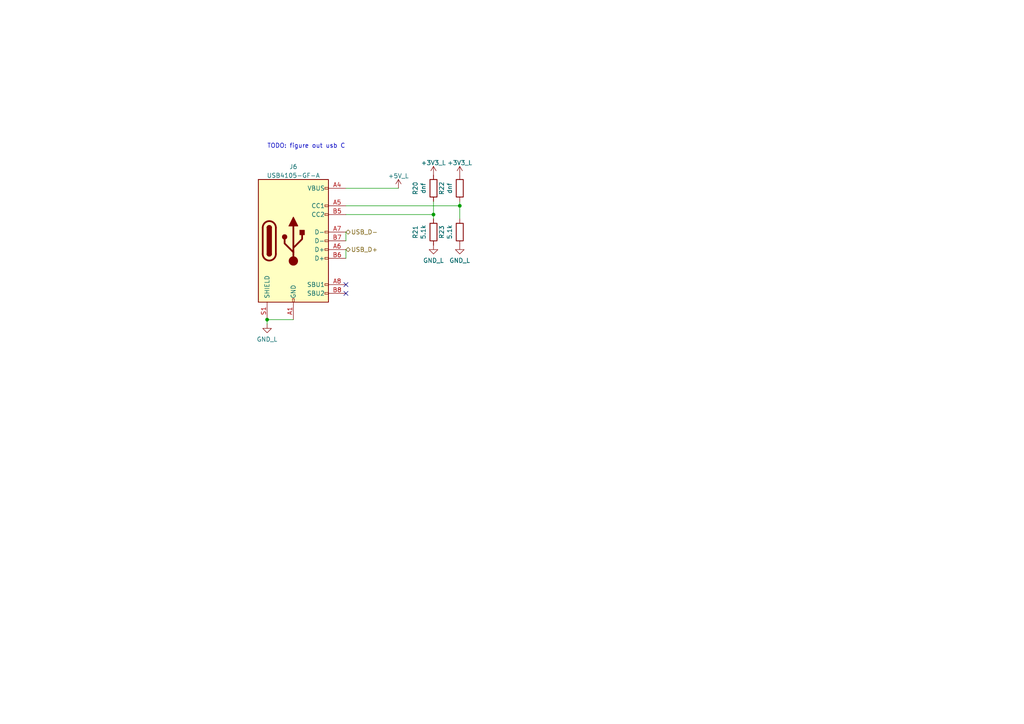
<source format=kicad_sch>
(kicad_sch (version 20211123) (generator eeschema)
  (paper "A4")
  (lib_symbols
    (symbol "Device:R" (pin_numbers hide) (pin_names (offset 0))
      (property "Reference" "R" (at 2.032 0 90))
      (property "Value" "R" (at 0 0 90))
      (symbol "R_0_1"
        (rectangle (start -1.016 -2.54) (end 1.016 2.54) (stroke (width 0.254)))
      )
      (symbol "R_1_1"
        (pin passive line (at 0 3.81 270) (length 1.27) (name "~") (number "1"))
        (pin passive line (at 0 -3.81 90) (length 1.27) (name "~") (number "2"))
      )
    )
    (symbol "arisu-split:+3V3_L" (power) (pin_names (offset 0))
      (property "Value" "+3V3_L" (at 0 3.556 0))
      (symbol "+3V3_L_0_1"
        (polyline (pts (xy -0.762 1.27) (xy 0 2.54)))
        (polyline (pts (xy 0 0) (xy 0 2.54)))
        (polyline (pts (xy 0 2.54) (xy 0.762 1.27)))
      )
      (symbol "+3V3_L_1_1"
        (pin power_in line (at 0 0 90) (length 0) hide (name "+3V3_L") (number "1"))
      )
    )
    (symbol "arisu-split:+5V_L" (power) (pin_names (offset 0))
      (property "Value" "+5V_L" (at 0 3.556 0))
      (symbol "+5V_L_0_1"
        (polyline (pts (xy -0.762 1.27) (xy 0 2.54)))
        (polyline (pts (xy 0 0) (xy 0 2.54)))
        (polyline (pts (xy 0 2.54) (xy 0.762 1.27)))
      )
      (symbol "+5V_L_1_1"
        (pin power_in line (at 0 0 90) (length 0) hide (name "+5V_L") (number "1"))
      )
    )
    (symbol "arisu-split:GND_L" (power) (pin_names (offset 0))
      (property "Value" "GND_L" (at 0 -3.81 0))
      (symbol "GND_L_0_1"
        (polyline (pts (xy 0 0) (xy 0 -1.27) (xy 1.27 -1.27) (xy 0 -2.54) (xy -1.27 -1.27) (xy 0 -1.27)))
      )
      (symbol "GND_L_1_1"
        (pin power_in line (at 0 0 270) (length 0) hide (name "GND_L") (number "1"))
      )
    )
    (symbol "arisu-split:USB4105-GF-A" (pin_names (offset 1.016))
      (property "Reference" "J" (at -10.16 19.05 0))
      (property "Value" "USB4105-GF-A" (at 10.16 19.05 0))
      (symbol "USB4105-GF-A_0_0"
        (rectangle (start -0.254 -17.78) (end 0.254 -16.764))
        (rectangle (start 10.16 -14.986) (end 9.144 -15.494))
        (rectangle (start 10.16 -12.446) (end 9.144 -12.954))
        (rectangle (start 10.16 -4.826) (end 9.144 -5.334))
        (rectangle (start 10.16 -2.286) (end 9.144 -2.794))
        (rectangle (start 10.16 0.254) (end 9.144 -0.254))
        (rectangle (start 10.16 2.794) (end 9.144 2.286))
        (rectangle (start 10.16 7.874) (end 9.144 7.366))
        (rectangle (start 10.16 10.414) (end 9.144 9.906))
        (rectangle (start 10.16 15.494) (end 9.144 14.986))
      )
      (symbol "USB4105-GF-A_0_1"
        (rectangle (start -10.16 17.78) (end 10.16 -17.78) (stroke (width 0.254)) (fill (type background)))
        (arc (start -8.89 -3.81) (mid -6.985 -5.715) (end -5.08 -3.81) (stroke (width 0.508)))
        (arc (start -7.62 -3.81) (mid -6.985 -4.445) (end -6.35 -3.81) (stroke (width 0.254)))
        (arc (start -7.62 -3.81) (mid -6.985 -4.445) (end -6.35 -3.81) (stroke (width 0.254)) (fill (type outline)))
        (rectangle (start -7.62 -3.81) (end -6.35 3.81) (stroke (width 0.254)) (fill (type outline)))
        (arc (start -6.35 3.81) (mid -6.985 4.445) (end -7.62 3.81) (stroke (width 0.254)))
        (arc (start -6.35 3.81) (mid -6.985 4.445) (end -7.62 3.81) (stroke (width 0.254)) (fill (type outline)))
        (arc (start -5.08 3.81) (mid -6.985 5.715) (end -8.89 3.81) (stroke (width 0.508)))
        (circle (center -2.54 1.143) (radius 0.635) (stroke (width 0.254)) (fill (type outline)))
        (circle (center 0 -5.842) (radius 1.27) (fill (type outline)))
        (polyline (pts (xy -8.89 -3.81) (xy -8.89 3.81)) (stroke (width 0.508)))
        (polyline (pts (xy -5.08 3.81) (xy -5.08 -3.81)) (stroke (width 0.508)))
        (polyline (pts (xy 0 -5.842) (xy 0 4.318)) (stroke (width 0.508)))
        (polyline (pts (xy 0 -3.302) (xy -2.54 -0.762) (xy -2.54 0.508)) (stroke (width 0.508)))
        (polyline (pts (xy 0 -2.032) (xy 2.54 0.508) (xy 2.54 1.778)) (stroke (width 0.508)))
        (polyline (pts (xy -1.27 4.318) (xy 0 6.858) (xy 1.27 4.318) (xy -1.27 4.318)) (stroke (width 0.254)) (fill (type outline)))
        (rectangle (start 1.905 1.778) (end 3.175 3.048) (stroke (width 0.254)) (fill (type outline)))
      )
      (symbol "USB4105-GF-A_1_1"
        (pin power_out line (at 0 -22.86 90) (length 5.08) (name "GND") (number "A1"))
        (pin passive line (at 0 -22.86 90) (length 5.08) hide (name "GND") (number "A12"))
        (pin power_out line (at 15.24 15.24 180) (length 5.08) (name "VBUS") (number "A4"))
        (pin bidirectional line (at 15.24 10.16 180) (length 5.08) (name "CC1") (number "A5"))
        (pin bidirectional line (at 15.24 -2.54 180) (length 5.08) (name "D+") (number "A6"))
        (pin bidirectional line (at 15.24 2.54 180) (length 5.08) (name "D-") (number "A7"))
        (pin bidirectional line (at 15.24 -12.7 180) (length 5.08) (name "SBU1") (number "A8"))
        (pin passive line (at 15.24 15.24 180) (length 5.08) hide (name "VBUS") (number "A9"))
        (pin passive line (at 0 -22.86 90) (length 5.08) hide (name "GND") (number "B1"))
        (pin passive line (at 0 -22.86 90) (length 5.08) hide (name "GND") (number "B12"))
        (pin passive line (at 15.24 15.24 180) (length 5.08) hide (name "VBUS") (number "B4"))
        (pin bidirectional line (at 15.24 7.62 180) (length 5.08) (name "CC2") (number "B5"))
        (pin bidirectional line (at 15.24 -5.08 180) (length 5.08) (name "D+") (number "B6"))
        (pin bidirectional line (at 15.24 0 180) (length 5.08) (name "D-") (number "B7"))
        (pin bidirectional line (at 15.24 -15.24 180) (length 5.08) (name "SBU2") (number "B8"))
        (pin passive line (at 15.24 15.24 180) (length 5.08) hide (name "VBUS") (number "B9"))
        (pin passive line (at -7.62 -22.86 90) (length 5.08) (name "SHIELD") (number "S1"))
      )
    )
  )
  (junction (at 133.35 59.69))
  (junction (at 125.73 62.23))
  (junction (at 77.47 92.71))
  (no_connect (at 100.33 85.09))
  (no_connect (at 100.33 82.55))
  (wire (pts (xy 100.33 72.39) (xy 100.33 74.93)))
  (wire (pts (xy 125.73 63.5) (xy 125.73 62.23)))
  (wire (pts (xy 77.47 92.71) (xy 85.09 92.71)))
  (wire (pts (xy 100.33 67.31) (xy 100.33 69.85)))
  (wire (pts (xy 133.35 59.69) (xy 133.35 63.5)))
  (wire (pts (xy 100.33 54.61) (xy 115.57 54.61)))
  (wire (pts (xy 133.35 58.42) (xy 133.35 59.69)))
  (wire (pts (xy 125.73 58.42) (xy 125.73 62.23)))
  (wire (pts (xy 100.33 62.23) (xy 125.73 62.23)))
  (wire (pts (xy 77.47 93.98) (xy 77.47 92.71)))
  (wire (pts (xy 100.33 59.69) (xy 133.35 59.69)))
  (text "TODO: figure out usb C\n" (at 77.47 43.18 0) (effects (font (size 1.27 1.27)) (justify left bottom)))
  (hierarchical_label "USB_D-" (shape bidirectional) (at 100.33 67.31 0))
  (hierarchical_label "USB_D+" (shape bidirectional) (at 100.33 72.39 0))
  (symbol (lib_id "arisu-split:+3V3_L") (at 133.35 50.8 0) (unit 1)
    (property "Reference" "#PWR0164" (effects hide))
    (property "Value" "+3V3_L" (at 133.35 47.2242 0))
  )
  (symbol (lib_id "arisu-split:USB4105-GF-A") (at 85.09 69.85 0) (unit 1)
    (property "Reference" "J6" (at 85.09 48.3702 0))
    (property "Value" "USB4105-GF-A" (at 85.09 50.9071 0))
    (property "Footprint" "arisu-split:USB4105-GF-A" (effects hide))
    (property "Datasheet" "https://www.usb.org/sites/default/files/documents/usb_type-c.zip" (effects hide))
  )
  (symbol (lib_id "Device:R") (at 125.73 54.61 0) (unit 1)
    (property "Reference" "R20" (at 120.4722 54.61 90))
    (property "Value" "dnf" (at 122.7836 54.61 90))
    (property "Footprint" "Resistor_SMD:R_0603_1608Metric" (effects hide))
  )
  (symbol (lib_id "arisu-split:GND_L") (at 77.47 93.98 0) (unit 1)
    (property "Reference" "#PWR01" (effects hide))
    (property "Value" "GND_L" (at 77.47 98.4234 0))
  )
  (symbol (lib_id "arisu-split:+3V3_L") (at 125.73 50.8 0) (unit 1)
    (property "Reference" "#PWR0163" (effects hide))
    (property "Value" "+3V3_L" (at 125.73 47.2242 0))
  )
  (symbol (lib_id "arisu-split:GND_L") (at 133.35 71.12 0) (unit 1)
    (property "Reference" "#PWR0161" (effects hide))
    (property "Value" "GND_L" (at 133.35 75.5634 0))
  )
  (symbol (lib_id "Device:R") (at 133.35 54.61 0) (unit 1)
    (property "Reference" "R22" (at 128.0922 54.61 90))
    (property "Value" "dnf" (at 130.4036 54.61 90))
    (property "Footprint" "Resistor_SMD:R_0603_1608Metric" (effects hide))
  )
  (symbol (lib_id "arisu-split:+5V_L") (at 115.57 54.61 0) (unit 1)
    (property "Reference" "#PWR011" (effects hide))
    (property "Value" "+5V_L" (at 115.57 51.0342 0))
  )
  (symbol (lib_id "arisu-split:GND_L") (at 125.73 71.12 0) (unit 1)
    (property "Reference" "#PWR0162" (effects hide))
    (property "Value" "GND_L" (at 125.73 75.5634 0))
  )
  (symbol (lib_id "Device:R") (at 125.73 67.31 0) (unit 1)
    (property "Reference" "R21" (at 120.4722 67.31 90))
    (property "Value" "5.1k" (at 122.7836 67.31 90))
    (property "Footprint" "Resistor_SMD:R_0603_1608Metric" (effects hide))
  )
  (symbol (lib_id "Device:R") (at 133.35 67.31 0) (unit 1)
    (property "Reference" "R23" (at 128.0922 67.31 90))
    (property "Value" "5.1k" (at 130.4036 67.31 90))
    (property "Footprint" "Resistor_SMD:R_0603_1608Metric" (effects hide))
  )
)
</source>
